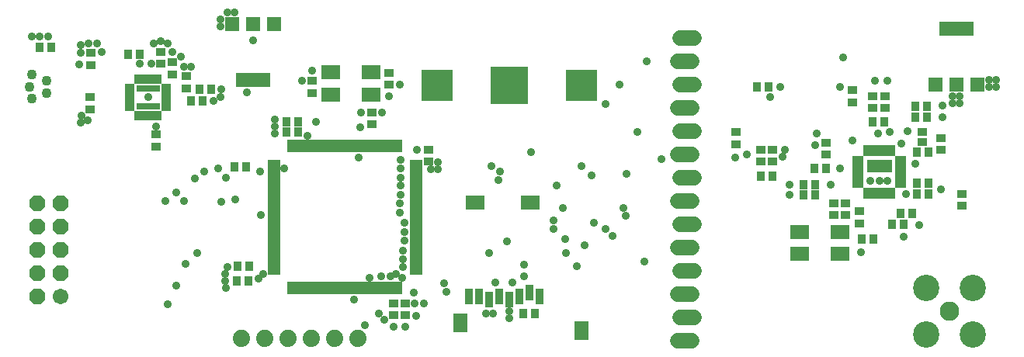
<source format=gts>
G75*
%MOIN*%
%OFA0B0*%
%FSLAX25Y25*%
%IPPOS*%
%LPD*%
%AMOC8*
5,1,8,0,0,1.08239X$1,22.5*
%
%ADD10R,0.04540X0.01981*%
%ADD11R,0.01981X0.04540*%
%ADD12R,0.10800X0.05800*%
%ADD13R,0.03556X0.04343*%
%ADD14R,0.04343X0.03556*%
%ADD15R,0.05918X0.05918*%
%ADD16R,0.14973X0.05918*%
%ADD17R,0.01981X0.05524*%
%ADD18R,0.05524X0.01981*%
%ADD19C,0.04343*%
%ADD20C,0.08300*%
%ADD21C,0.11300*%
%ADD22R,0.04028X0.03517*%
%ADD23R,0.01981X0.03950*%
%ADD24R,0.03950X0.01981*%
%ADD25R,0.10249X0.02769*%
%ADD26C,0.06706*%
%ADD27OC8,0.06706*%
%ADD28R,0.08280X0.06312*%
%ADD29C,0.07400*%
%ADD30C,0.06800*%
%ADD31R,0.16400X0.16400*%
%ADD32R,0.13300X0.13300*%
%ADD33R,0.06312X0.08280*%
%ADD34R,0.07887X0.06312*%
%ADD35R,0.03556X0.06706*%
%ADD36C,0.03500*%
D10*
X0373891Y0087963D03*
X0373891Y0089932D03*
X0373891Y0091900D03*
X0373891Y0093869D03*
X0373891Y0095837D03*
X0373891Y0097806D03*
X0373891Y0099774D03*
X0392316Y0099774D03*
X0392316Y0097806D03*
X0392316Y0095837D03*
X0392316Y0093869D03*
X0392316Y0091900D03*
X0392316Y0089932D03*
X0392316Y0087963D03*
D11*
X0389009Y0084656D03*
X0387041Y0084656D03*
X0385072Y0084656D03*
X0383104Y0084656D03*
X0381135Y0084656D03*
X0379167Y0084656D03*
X0377198Y0084656D03*
X0377198Y0103081D03*
X0379167Y0103081D03*
X0381135Y0103081D03*
X0383104Y0103081D03*
X0385072Y0103081D03*
X0387041Y0103081D03*
X0389009Y0103081D03*
D12*
X0383104Y0096369D03*
D13*
X0399045Y0102369D03*
X0404163Y0102369D03*
X0385163Y0115369D03*
X0380045Y0115369D03*
X0398545Y0117369D03*
X0403663Y0117369D03*
X0403663Y0121869D03*
X0398545Y0121869D03*
X0335663Y0130369D03*
X0330545Y0130369D03*
X0355045Y0095369D03*
X0360163Y0095369D03*
X0355663Y0088369D03*
X0350545Y0088369D03*
X0350545Y0083869D03*
X0355663Y0083869D03*
X0337163Y0091869D03*
X0332045Y0091869D03*
X0388545Y0071369D03*
X0393663Y0071369D03*
X0392045Y0075869D03*
X0397163Y0075869D03*
X0399045Y0084369D03*
X0404163Y0084369D03*
X0404163Y0088869D03*
X0399045Y0088869D03*
X0380663Y0064869D03*
X0375545Y0064869D03*
X0235163Y0032869D03*
X0230045Y0032869D03*
X0112163Y0046869D03*
X0107045Y0046869D03*
X0107545Y0053369D03*
X0112663Y0053369D03*
X0111163Y0095869D03*
X0106045Y0095869D03*
X0128545Y0110869D03*
X0133663Y0110869D03*
X0133663Y0115369D03*
X0128545Y0115369D03*
X0096163Y0129369D03*
X0091045Y0129369D03*
X0092663Y0124369D03*
X0087545Y0124369D03*
X0065663Y0144369D03*
X0060545Y0144369D03*
X0027663Y0147369D03*
X0022545Y0147369D03*
D14*
X0044604Y0144928D03*
X0044604Y0139810D03*
X0074604Y0140310D03*
X0079604Y0140928D03*
X0079604Y0135810D03*
X0085604Y0134928D03*
X0085604Y0129810D03*
X0074604Y0145428D03*
X0044104Y0125928D03*
X0044104Y0120810D03*
X0072604Y0109928D03*
X0072604Y0104810D03*
X0139604Y0127810D03*
X0139604Y0132928D03*
X0165104Y0119428D03*
X0165104Y0114310D03*
X0189604Y0103428D03*
X0189604Y0098310D03*
X0172604Y0131310D03*
X0172604Y0136428D03*
X0321604Y0110928D03*
X0321604Y0105810D03*
X0332104Y0103428D03*
X0337104Y0103428D03*
X0337104Y0098310D03*
X0332104Y0098310D03*
X0360104Y0101310D03*
X0360104Y0106428D03*
X0380104Y0121310D03*
X0385604Y0121310D03*
X0385604Y0126428D03*
X0380104Y0126428D03*
X0371604Y0128928D03*
X0371604Y0123810D03*
X0409604Y0108428D03*
X0409604Y0103310D03*
X0418604Y0084428D03*
X0418604Y0079310D03*
X0374604Y0076928D03*
X0368604Y0075310D03*
X0363604Y0075310D03*
X0374604Y0071810D03*
X0368604Y0080428D03*
X0363604Y0080428D03*
X0179604Y0037428D03*
X0174604Y0037428D03*
X0174604Y0032310D03*
X0179604Y0032310D03*
D15*
X0407049Y0131361D03*
X0416104Y0131361D03*
X0425159Y0131361D03*
X0123159Y0157377D03*
X0114104Y0157377D03*
X0105049Y0157377D03*
D16*
X0114104Y0133361D03*
X0416104Y0155377D03*
D17*
X0177226Y0104881D03*
X0175257Y0104881D03*
X0173289Y0104881D03*
X0171320Y0104881D03*
X0169352Y0104881D03*
X0167383Y0104881D03*
X0165415Y0104881D03*
X0163446Y0104881D03*
X0161478Y0104881D03*
X0159509Y0104881D03*
X0157541Y0104881D03*
X0155572Y0104881D03*
X0153604Y0104881D03*
X0151635Y0104881D03*
X0149667Y0104881D03*
X0147698Y0104881D03*
X0145730Y0104881D03*
X0143761Y0104881D03*
X0141793Y0104881D03*
X0139824Y0104881D03*
X0137856Y0104881D03*
X0135887Y0104881D03*
X0133919Y0104881D03*
X0131950Y0104881D03*
X0129982Y0104881D03*
X0129982Y0043857D03*
X0131950Y0043857D03*
X0133919Y0043857D03*
X0135887Y0043857D03*
X0137856Y0043857D03*
X0139824Y0043857D03*
X0141793Y0043857D03*
X0143761Y0043857D03*
X0145730Y0043857D03*
X0147698Y0043857D03*
X0149667Y0043857D03*
X0151635Y0043857D03*
X0153604Y0043857D03*
X0155572Y0043857D03*
X0157541Y0043857D03*
X0159509Y0043857D03*
X0161478Y0043857D03*
X0163446Y0043857D03*
X0165415Y0043857D03*
X0167383Y0043857D03*
X0169352Y0043857D03*
X0171320Y0043857D03*
X0173289Y0043857D03*
X0175257Y0043857D03*
X0177226Y0043857D03*
D18*
X0184115Y0050747D03*
X0184115Y0052715D03*
X0184115Y0054684D03*
X0184115Y0056652D03*
X0184115Y0058621D03*
X0184115Y0060589D03*
X0184115Y0062558D03*
X0184115Y0064526D03*
X0184115Y0066495D03*
X0184115Y0068463D03*
X0184115Y0070432D03*
X0184115Y0072400D03*
X0184115Y0074369D03*
X0184115Y0076337D03*
X0184115Y0078306D03*
X0184115Y0080274D03*
X0184115Y0082243D03*
X0184115Y0084211D03*
X0184115Y0086180D03*
X0184115Y0088148D03*
X0184115Y0090117D03*
X0184115Y0092085D03*
X0184115Y0094054D03*
X0184115Y0096022D03*
X0184115Y0097991D03*
X0123092Y0098054D03*
X0123092Y0096022D03*
X0123092Y0093991D03*
X0123092Y0092085D03*
X0123092Y0090117D03*
X0123092Y0088148D03*
X0123092Y0086180D03*
X0123092Y0084211D03*
X0123092Y0082243D03*
X0123092Y0080274D03*
X0123092Y0078306D03*
X0123092Y0076337D03*
X0123092Y0074369D03*
X0123092Y0072400D03*
X0123092Y0070432D03*
X0123092Y0068463D03*
X0123092Y0066495D03*
X0123092Y0064526D03*
X0123092Y0062558D03*
X0123092Y0060589D03*
X0123092Y0058621D03*
X0123092Y0056652D03*
X0123092Y0054684D03*
X0123092Y0052715D03*
X0123092Y0050747D03*
D19*
X0019364Y0125251D03*
X0025466Y0127810D03*
X0018182Y0130369D03*
X0025466Y0132928D03*
X0019364Y0135487D03*
D20*
X0413104Y0033869D03*
D21*
X0423143Y0043908D03*
X0403065Y0043908D03*
X0403065Y0023830D03*
X0423143Y0023830D03*
D22*
X0401604Y0106782D03*
X0401604Y0110955D03*
D23*
X0074025Y0117995D03*
X0072056Y0117995D03*
X0070088Y0117995D03*
X0068119Y0117995D03*
X0066151Y0117995D03*
X0064182Y0117995D03*
X0064182Y0133743D03*
X0066151Y0133743D03*
X0068119Y0133743D03*
X0070088Y0133743D03*
X0072056Y0133743D03*
X0074025Y0133743D03*
D24*
X0076978Y0130790D03*
X0076978Y0128821D03*
X0076978Y0126853D03*
X0076978Y0124884D03*
X0076978Y0122916D03*
X0076978Y0120947D03*
X0061230Y0120947D03*
X0061230Y0122916D03*
X0061230Y0124884D03*
X0061230Y0126853D03*
X0061230Y0128821D03*
X0061230Y0130790D03*
D25*
X0069104Y0129806D03*
X0069104Y0121932D03*
D26*
X0031604Y0040369D03*
D27*
X0021604Y0040369D03*
X0021604Y0050369D03*
X0031604Y0050369D03*
X0031604Y0060369D03*
X0021604Y0060369D03*
X0021604Y0070369D03*
X0031604Y0070369D03*
X0031604Y0080369D03*
X0021604Y0080369D03*
D28*
X0147442Y0127144D03*
X0164765Y0127144D03*
X0164765Y0136593D03*
X0147442Y0136593D03*
X0348942Y0068093D03*
X0366265Y0068093D03*
X0366265Y0058644D03*
X0348942Y0058644D03*
D29*
X0159104Y0022369D03*
X0149104Y0022369D03*
X0139104Y0022369D03*
X0129104Y0022369D03*
X0119104Y0022369D03*
X0109104Y0022369D03*
D30*
X0296604Y0021369D02*
X0302604Y0021369D01*
X0303604Y0031369D02*
X0297604Y0031369D01*
X0296604Y0041369D02*
X0302604Y0041369D01*
X0303604Y0051369D02*
X0297604Y0051369D01*
X0296604Y0061369D02*
X0302604Y0061369D01*
X0303604Y0071369D02*
X0297604Y0071369D01*
X0296604Y0081369D02*
X0302604Y0081369D01*
X0303604Y0091369D02*
X0297604Y0091369D01*
X0296604Y0101369D02*
X0302604Y0101369D01*
X0303604Y0111369D02*
X0297604Y0111369D01*
X0296604Y0121369D02*
X0302604Y0121369D01*
X0303604Y0131369D02*
X0297604Y0131369D01*
X0296604Y0141369D02*
X0302604Y0141369D01*
X0303604Y0151369D02*
X0297604Y0151369D01*
D31*
X0224104Y0130869D03*
D32*
X0255104Y0130869D03*
X0193104Y0130869D03*
D33*
X0203178Y0029062D03*
X0255147Y0025518D03*
D34*
X0233100Y0080636D03*
X0209478Y0080636D03*
D35*
X0232706Y0042054D03*
X0228375Y0040479D03*
X0224045Y0038904D03*
X0219714Y0040479D03*
X0215383Y0038904D03*
X0211052Y0040479D03*
X0206722Y0040479D03*
X0237037Y0040479D03*
D36*
X0077604Y0036869D03*
X0081104Y0044869D03*
X0102104Y0046869D03*
X0102104Y0049869D03*
X0103104Y0052869D03*
X0116604Y0047869D03*
X0118604Y0049869D03*
X0102604Y0043869D03*
X0085104Y0054369D03*
X0090104Y0058869D03*
X0117604Y0075369D03*
X0106604Y0081869D03*
X0100604Y0080869D03*
X0084604Y0081369D03*
X0081104Y0084869D03*
X0076604Y0081369D03*
X0089104Y0090869D03*
X0093104Y0093869D03*
X0099104Y0095369D03*
X0102604Y0091369D03*
X0117104Y0093869D03*
X0127604Y0095369D03*
X0123604Y0110369D03*
X0123604Y0113369D03*
X0123604Y0116369D03*
X0141104Y0115369D03*
X0137604Y0109369D03*
X0160104Y0112869D03*
X0160604Y0119369D03*
X0169604Y0119369D03*
X0172604Y0126369D03*
X0177104Y0131369D03*
X0139604Y0137369D03*
X0135104Y0132869D03*
X0111604Y0127869D03*
X0100604Y0129369D03*
X0100104Y0125869D03*
X0097104Y0124369D03*
X0072604Y0113369D03*
X0069104Y0125869D03*
X0043104Y0115869D03*
X0040104Y0114869D03*
X0040604Y0117869D03*
X0039604Y0139869D03*
X0040104Y0144869D03*
X0040104Y0148369D03*
X0043604Y0148869D03*
X0047104Y0148869D03*
X0049104Y0145369D03*
X0065604Y0140369D03*
X0070604Y0140369D03*
X0079604Y0145369D03*
X0083104Y0143369D03*
X0084604Y0138869D03*
X0087604Y0138869D03*
X0077604Y0148869D03*
X0074604Y0149869D03*
X0071604Y0148869D03*
X0100104Y0156369D03*
X0100104Y0159369D03*
X0103104Y0162369D03*
X0106104Y0162369D03*
X0114104Y0150369D03*
X0026104Y0151869D03*
X0022604Y0151869D03*
X0019104Y0151869D03*
X0159604Y0099869D03*
X0177604Y0098869D03*
X0177604Y0095369D03*
X0177604Y0091369D03*
X0177604Y0087869D03*
X0177604Y0083869D03*
X0177104Y0080369D03*
X0177104Y0076369D03*
X0179104Y0071869D03*
X0179104Y0067869D03*
X0179104Y0064369D03*
X0178604Y0059869D03*
X0178604Y0056369D03*
X0178604Y0052869D03*
X0175604Y0049869D03*
X0173104Y0048869D03*
X0169104Y0048869D03*
X0164104Y0048369D03*
X0178104Y0048369D03*
X0183104Y0041869D03*
X0183604Y0037369D03*
X0187604Y0037369D03*
X0184104Y0031869D03*
X0179604Y0027369D03*
X0174604Y0027369D03*
X0170604Y0030369D03*
X0168104Y0032869D03*
X0162104Y0027869D03*
X0157604Y0038869D03*
X0196104Y0045869D03*
X0197104Y0042369D03*
X0218104Y0046369D03*
X0225604Y0046369D03*
X0230604Y0048869D03*
X0230604Y0053869D03*
X0215604Y0058869D03*
X0223104Y0063869D03*
X0243104Y0069369D03*
X0243104Y0072869D03*
X0247104Y0078369D03*
X0260604Y0071869D03*
X0265604Y0069369D03*
X0268604Y0066369D03*
X0256604Y0062369D03*
X0248604Y0058869D03*
X0248104Y0064869D03*
X0274104Y0074869D03*
X0273104Y0078369D03*
X0244604Y0087869D03*
X0259604Y0092369D03*
X0255104Y0096369D03*
X0274604Y0092869D03*
X0289604Y0099369D03*
X0279104Y0110869D03*
X0265604Y0122869D03*
X0271604Y0131369D03*
X0283104Y0141369D03*
X0336104Y0125869D03*
X0340604Y0130369D03*
X0366104Y0130369D03*
X0381104Y0132869D03*
X0386604Y0132869D03*
X0367604Y0142869D03*
X0414604Y0126369D03*
X0417604Y0126369D03*
X0417604Y0123369D03*
X0414604Y0123369D03*
X0410104Y0122369D03*
X0410104Y0117369D03*
X0395104Y0111369D03*
X0387604Y0110869D03*
X0382604Y0110369D03*
X0371604Y0107369D03*
X0356104Y0110369D03*
X0355604Y0105369D03*
X0342604Y0103369D03*
X0341604Y0100369D03*
X0326104Y0101369D03*
X0321104Y0099869D03*
X0344604Y0088369D03*
X0344604Y0083869D03*
X0362104Y0088369D03*
X0379104Y0089869D03*
X0383104Y0089869D03*
X0386604Y0089869D03*
X0394604Y0084369D03*
X0409604Y0086369D03*
X0398604Y0097369D03*
X0392604Y0105869D03*
X0366104Y0095369D03*
X0400104Y0070869D03*
X0393604Y0065869D03*
X0375104Y0059369D03*
X0282104Y0055369D03*
X0253104Y0053369D03*
X0224104Y0033869D03*
X0217104Y0032869D03*
X0214104Y0032869D03*
X0224104Y0030869D03*
X0219604Y0090369D03*
X0220104Y0093869D03*
X0216604Y0096369D03*
X0233604Y0102369D03*
X0193604Y0097869D03*
X0193604Y0094869D03*
X0190604Y0094869D03*
X0184604Y0103369D03*
X0430104Y0130369D03*
X0433104Y0130369D03*
X0433104Y0133369D03*
X0430104Y0133369D03*
M02*

</source>
